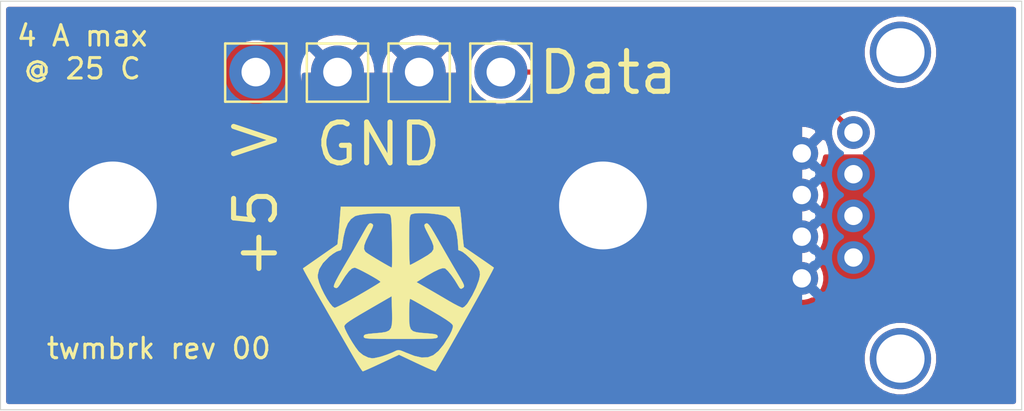
<source format=kicad_pcb>
(kicad_pcb (version 20171130) (host pcbnew 5.1.6-c6e7f7d~87~ubuntu19.10.1)

  (general
    (thickness 1.6)
    (drawings 9)
    (tracks 2)
    (zones 0)
    (modules 8)
    (nets 4)
  )

  (page A4)
  (layers
    (0 F.Cu signal)
    (31 B.Cu signal)
    (32 B.Adhes user)
    (33 F.Adhes user)
    (34 B.Paste user)
    (35 F.Paste user)
    (36 B.SilkS user)
    (37 F.SilkS user)
    (38 B.Mask user)
    (39 F.Mask user)
    (40 Dwgs.User user)
    (41 Cmts.User user)
    (42 Eco1.User user)
    (43 Eco2.User user)
    (44 Edge.Cuts user)
    (45 Margin user)
    (46 B.CrtYd user)
    (47 F.CrtYd user)
    (48 B.Fab user hide)
    (49 F.Fab user hide)
  )

  (setup
    (last_trace_width 0.25)
    (trace_clearance 0.2)
    (zone_clearance 0.25)
    (zone_45_only no)
    (trace_min 0.2)
    (via_size 0.8)
    (via_drill 0.4)
    (via_min_size 0.4)
    (via_min_drill 0.3)
    (uvia_size 0.3)
    (uvia_drill 0.1)
    (uvias_allowed no)
    (uvia_min_size 0.2)
    (uvia_min_drill 0.1)
    (edge_width 0.05)
    (segment_width 0.2)
    (pcb_text_width 0.3)
    (pcb_text_size 1.5 1.5)
    (mod_edge_width 0.12)
    (mod_text_size 1 1)
    (mod_text_width 0.15)
    (pad_size 8.6 8.6)
    (pad_drill 4.3)
    (pad_to_mask_clearance 0.05)
    (aux_axis_origin 0 0)
    (grid_origin 137.735 74.53)
    (visible_elements FFFFFF7F)
    (pcbplotparams
      (layerselection 0x010fc_ffffffff)
      (usegerberextensions true)
      (usegerberattributes false)
      (usegerberadvancedattributes false)
      (creategerberjobfile false)
      (excludeedgelayer true)
      (linewidth 0.150000)
      (plotframeref false)
      (viasonmask false)
      (mode 1)
      (useauxorigin false)
      (hpglpennumber 1)
      (hpglpenspeed 20)
      (hpglpendiameter 15.000000)
      (psnegative false)
      (psa4output false)
      (plotreference true)
      (plotvalue false)
      (plotinvisibletext false)
      (padsonsilk false)
      (subtractmaskfromsilk true)
      (outputformat 1)
      (mirror false)
      (drillshape 0)
      (scaleselection 1)
      (outputdirectory "gerbs/"))
  )

  (net 0 "")
  (net 1 +5V)
  (net 2 GND)
  (net 3 "Net-(H6-Pad1)")

  (net_class Default "This is the default net class."
    (clearance 0.2)
    (trace_width 0.25)
    (via_dia 0.8)
    (via_drill 0.4)
    (uvia_dia 0.3)
    (uvia_drill 0.1)
    (add_net +5V)
    (add_net GND)
    (add_net "Net-(H6-Pad1)")
  )

  (module ttt_lib:TTT_11.1x9.5 (layer F.Cu) (tedit 0) (tstamp 64208F13)
    (at 116.735 78.78)
    (fp_text reference G*** (at 0 0) (layer F.SilkS) hide
      (effects (font (size 1.524 1.524) (thickness 0.3)))
    )
    (fp_text value LOGO (at 0.75 0) (layer F.SilkS) hide
      (effects (font (size 1.524 1.524) (thickness 0.3)))
    )
    (fp_poly (pts (xy 3.007409 -4.016376) (xy 3.02788 -3.869427) (xy 3.051741 -3.641098) (xy 3.074332 -3.376755)
      (xy 3.077546 -3.33375) (xy 3.100656 -3.042962) (xy 3.12644 -2.756925) (xy 3.149552 -2.534706)
      (xy 3.150834 -2.523878) (xy 3.186985 -2.222005) (xy 3.895367 -1.736086) (xy 4.159883 -1.553965)
      (xy 4.387506 -1.395976) (xy 4.557224 -1.276796) (xy 4.648027 -1.211104) (xy 4.655653 -1.205005)
      (xy 4.632263 -1.146096) (xy 4.553149 -0.990432) (xy 4.425837 -0.751387) (xy 4.257852 -0.442336)
      (xy 4.05672 -0.076653) (xy 3.829966 0.332286) (xy 3.585116 0.771109) (xy 3.329695 1.226439)
      (xy 3.071228 1.684902) (xy 2.817241 2.133124) (xy 2.575259 2.557731) (xy 2.352808 2.945347)
      (xy 2.157412 3.282598) (xy 1.996598 3.55611) (xy 1.877891 3.752507) (xy 1.808816 3.858417)
      (xy 1.801268 3.867969) (xy 1.739159 3.851368) (xy 1.5828 3.788361) (xy 1.35236 3.68765)
      (xy 1.068011 3.557937) (xy 0.895272 3.477068) (xy 0.012067 3.059947) (xy -0.853006 3.466723)
      (xy -1.157802 3.608627) (xy -1.421778 3.728848) (xy -1.623753 3.817948) (xy -1.742547 3.86649)
      (xy -1.763915 3.872612) (xy -1.809896 3.820199) (xy -1.906451 3.67627) (xy -2.041573 3.459819)
      (xy -2.203255 3.189841) (xy -2.295787 3.031237) (xy -2.771242 2.208655) (xy -3.079124 1.675326)
      (xy -2.667 1.675326) (xy -2.633303 1.792353) (xy -2.543946 1.982829) (xy -2.416536 2.216464)
      (xy -2.268678 2.46297) (xy -2.117976 2.692057) (xy -1.982035 2.873436) (xy -1.947492 2.913221)
      (xy -1.745143 3.077044) (xy -1.501354 3.194638) (xy -1.297401 3.236014) (xy -1.164337 3.219758)
      (xy -0.963841 3.17535) (xy -0.821151 3.136245) (xy -0.576415 3.054344) (xy -0.340379 2.960591)
      (xy -0.24315 2.915267) (xy -0.111099 2.852421) (xy -0.009535 2.831015) (xy 0.105905 2.854097)
      (xy 0.27958 2.924718) (xy 0.350683 2.956077) (xy 0.766115 3.117519) (xy 1.117176 3.196794)
      (xy 1.419974 3.18732) (xy 1.690616 3.082513) (xy 1.945209 2.875791) (xy 2.19986 2.560572)
      (xy 2.470677 2.130273) (xy 2.501249 2.077198) (xy 2.595766 1.882348) (xy 2.649889 1.711754)
      (xy 2.655223 1.638737) (xy 2.613849 1.567348) (xy 2.500498 1.466715) (xy 2.304953 1.32969)
      (xy 2.016998 1.149121) (xy 1.626419 0.91786) (xy 1.61925 0.913691) (xy 1.295231 0.726614)
      (xy 1.008725 0.563634) (xy 0.777833 0.43485) (xy 0.62066 0.350363) (xy 0.555625 0.320277)
      (xy 0.536764 0.378415) (xy 0.521435 0.538434) (xy 0.511301 0.775225) (xy 0.508 1.037908)
      (xy 0.511187 1.393577) (xy 0.532321 1.64297) (xy 0.58876 1.806808) (xy 0.69786 1.905814)
      (xy 0.87698 1.96071) (xy 1.143476 1.992217) (xy 1.318884 2.005976) (xy 1.596774 2.02986)
      (xy 1.770966 2.054839) (xy 1.864652 2.087327) (xy 1.901023 2.133741) (xy 1.905 2.16811)
      (xy 1.899259 2.202422) (xy 1.87292 2.229351) (xy 1.812306 2.249789) (xy 1.703744 2.264627)
      (xy 1.533556 2.274755) (xy 1.288068 2.281065) (xy 0.953604 2.284447) (xy 0.516488 2.285792)
      (xy 0.09525 2.286) (xy -0.431501 2.285622) (xy -0.844926 2.283899) (xy -1.158699 2.279939)
      (xy -1.386492 2.272856) (xy -1.54198 2.261759) (xy -1.638836 2.245761) (xy -1.690733 2.223972)
      (xy -1.711345 2.195504) (xy -1.7145 2.168367) (xy -1.699156 2.109705) (xy -1.637183 2.069671)
      (xy -1.504672 2.041272) (xy -1.277713 2.017514) (xy -1.169067 2.00881) (xy -0.851861 1.981014)
      (xy -0.623871 1.941299) (xy -0.47104 1.870661) (xy -0.37931 1.750095) (xy -0.334623 1.560598)
      (xy -0.322923 1.283164) (xy -0.33015 0.898789) (xy -0.33078 0.875542) (xy -0.34925 0.195334)
      (xy -1.508125 0.865198) (xy -1.905751 1.097184) (xy -2.20453 1.277351) (xy -2.417169 1.414582)
      (xy -2.556376 1.517761) (xy -2.634856 1.595771) (xy -2.665319 1.657494) (xy -2.667 1.675326)
      (xy -3.079124 1.675326) (xy -3.185865 1.490425) (xy -3.542734 0.871147) (xy -3.844925 0.345422)
      (xy -4.095514 -0.092147) (xy -4.297576 -0.446961) (xy -4.454189 -0.724416) (xy -4.514773 -0.833398)
      (xy -3.970089 -0.833398) (xy -3.95998 -0.689723) (xy -3.896535 -0.463564) (xy -3.790978 -0.201063)
      (xy -3.657829 0.072216) (xy -3.511606 0.330708) (xy -3.36683 0.548849) (xy -3.238019 0.701075)
      (xy -3.139695 0.761821) (xy -3.135455 0.762) (xy -3.049548 0.731369) (xy -2.873073 0.646063)
      (xy -2.624831 0.515958) (xy -2.323623 0.35093) (xy -1.988253 0.160856) (xy -1.959306 0.144168)
      (xy -1.6294 -0.047919) (xy -1.340867 -0.219072) (xy -1.110449 -0.359098) (xy -0.954886 -0.457805)
      (xy -0.890919 -0.505002) (xy -0.890193 -0.506707) (xy -0.943375 -0.556963) (xy -1.08264 -0.648284)
      (xy -1.280231 -0.765432) (xy -1.508391 -0.893169) (xy -1.739364 -1.01626) (xy -1.945393 -1.119468)
      (xy -2.098722 -1.187555) (xy -2.164993 -1.2065) (xy -2.293929 -1.162505) (xy -2.444869 -1.024385)
      (xy -2.626385 -0.782937) (xy -2.771297 -0.555625) (xy -2.899458 -0.351255) (xy -2.986394 -0.239365)
      (xy -3.05439 -0.202458) (xy -3.125729 -0.223036) (xy -3.164991 -0.246471) (xy -3.180922 -0.291279)
      (xy -3.154971 -0.389165) (xy -3.081482 -0.551841) (xy -2.954798 -0.791019) (xy -2.769263 -1.118413)
      (xy -2.621147 -1.372623) (xy -2.403588 -1.745099) (xy -2.187513 -2.11806) (xy -1.98921 -2.463174)
      (xy -1.824967 -2.75211) (xy -1.721896 -2.936763) (xy -1.589069 -3.171944) (xy -1.496633 -3.311919)
      (xy -1.427817 -3.37489) (xy -1.365853 -3.379061) (xy -1.329112 -3.363152) (xy -1.273242 -3.324863)
      (xy -1.255151 -3.271122) (xy -1.280889 -3.176823) (xy -1.356508 -3.016862) (xy -1.460498 -2.818116)
      (xy -1.611963 -2.510018) (xy -1.691408 -2.28432) (xy -1.702125 -2.12116) (xy -1.647404 -2.000677)
      (xy -1.603376 -1.956008) (xy -1.511975 -1.891252) (xy -1.346708 -1.785873) (xy -1.134999 -1.656137)
      (xy -0.904274 -1.518309) (xy -0.68196 -1.388654) (xy -0.495482 -1.283437) (xy -0.372266 -1.218924)
      (xy -0.33958 -1.2065) (xy -0.331557 -1.266823) (xy -0.326288 -1.435133) (xy -0.323922 -1.692444)
      (xy -0.324607 -2.019772) (xy -0.328491 -2.39813) (xy -0.329674 -2.478917) (xy -0.330674 -2.532225)
      (xy 0.508 -2.532225) (xy 0.510014 -2.157803) (xy 0.515621 -1.831168) (xy 0.524167 -1.571887)
      (xy 0.534997 -1.399525) (xy 0.547457 -1.333648) (xy 0.548089 -1.3335) (xy 0.616704 -1.363178)
      (xy 0.769936 -1.443244) (xy 0.982609 -1.560251) (xy 1.151339 -1.655773) (xy 1.432483 -1.823755)
      (xy 1.612997 -1.963684) (xy 1.700113 -2.10271) (xy 1.701064 -2.267984) (xy 1.623084 -2.486657)
      (xy 1.473406 -2.785881) (xy 1.45947 -2.812369) (xy 1.338169 -3.046911) (xy 1.271657 -3.194911)
      (xy 1.253806 -3.281264) (xy 1.278484 -3.330862) (xy 1.324471 -3.360668) (xy 1.374285 -3.374288)
      (xy 1.428834 -3.351213) (xy 1.498608 -3.277339) (xy 1.594097 -3.13856) (xy 1.725794 -2.920771)
      (xy 1.904187 -2.609865) (xy 1.971764 -2.490329) (xy 2.184043 -2.11669) (xy 2.410375 -1.72274)
      (xy 2.628416 -1.347093) (xy 2.815825 -1.028364) (xy 2.876951 -0.925885) (xy 3.037767 -0.655038)
      (xy 3.139571 -0.471374) (xy 3.189962 -0.353944) (xy 3.196538 -0.281802) (xy 3.166896 -0.234)
      (xy 3.136746 -0.209643) (xy 3.055521 -0.166719) (xy 2.990762 -0.197099) (xy 2.910366 -0.319799)
      (xy 2.890434 -0.355553) (xy 2.741233 -0.600978) (xy 2.573512 -0.838558) (xy 2.412448 -1.035395)
      (xy 2.283217 -1.158595) (xy 2.268051 -1.168742) (xy 2.159735 -1.182052) (xy 1.979016 -1.128132)
      (xy 1.718448 -1.003622) (xy 1.370587 -0.805165) (xy 1.117971 -0.649886) (xy 0.870692 -0.494851)
      (xy 1.371971 -0.207227) (xy 1.6619 -0.039787) (xy 2.002303 0.158423) (xy 2.334525 0.353206)
      (xy 2.44475 0.418223) (xy 2.692541 0.559404) (xy 2.90759 0.672241) (xy 3.061951 0.742605)
      (xy 3.118936 0.759024) (xy 3.213505 0.711579) (xy 3.332251 0.588428) (xy 3.3813 0.520711)
      (xy 3.602037 0.151315) (xy 3.788396 -0.229082) (xy 3.918145 -0.573799) (xy 3.940083 -0.652691)
      (xy 3.978728 -0.858267) (xy 3.964063 -1.015949) (xy 3.902846 -1.170847) (xy 3.808465 -1.315871)
      (xy 3.656777 -1.494488) (xy 3.474606 -1.68101) (xy 3.288777 -1.849748) (xy 3.126114 -1.975015)
      (xy 3.013443 -2.031125) (xy 3.003574 -2.032) (xy 2.924535 -2.061545) (xy 2.916678 -2.079625)
      (xy 2.910883 -2.163763) (xy 2.900111 -2.33527) (xy 2.888532 -2.526422) (xy 2.826413 -2.940687)
      (xy 2.699009 -3.292427) (xy 2.51619 -3.56132) (xy 2.310594 -3.716585) (xy 2.134285 -3.773792)
      (xy 1.883007 -3.819827) (xy 1.588758 -3.852954) (xy 1.283535 -3.871436) (xy 0.999336 -3.873536)
      (xy 0.768159 -3.857519) (xy 0.622002 -3.821648) (xy 0.602381 -3.80928) (xy 0.568351 -3.760278)
      (xy 0.543278 -3.6668) (xy 0.525934 -3.512237) (xy 0.515091 -3.279983) (xy 0.509522 -2.953431)
      (xy 0.508 -2.532225) (xy -0.330674 -2.532225) (xy -0.338071 -2.926129) (xy -0.348535 -3.262164)
      (xy -0.362425 -3.502845) (xy -0.381099 -3.663993) (xy -0.405917 -3.761429) (xy -0.438237 -3.810977)
      (xy -0.4445 -3.815724) (xy -0.565999 -3.849649) (xy -0.780296 -3.865804) (xy -1.054702 -3.865973)
      (xy -1.356529 -3.851938) (xy -1.65309 -3.825482) (xy -1.911696 -3.788387) (xy -2.099659 -3.742437)
      (xy -2.145934 -3.722936) (xy -2.339537 -3.58286) (xy -2.492173 -3.378581) (xy -2.611121 -3.093692)
      (xy -2.703662 -2.71179) (xy -2.762506 -2.333625) (xy -2.79614 -2.147174) (xy -2.844946 -2.05692)
      (xy -2.926417 -2.032085) (xy -2.93392 -2.032) (xy -3.045892 -1.99237) (xy -3.215109 -1.888203)
      (xy -3.405945 -1.741584) (xy -3.41551 -1.733454) (xy -3.711885 -1.43084) (xy -3.898674 -1.127123)
      (xy -3.970089 -0.833398) (xy -4.514773 -0.833398) (xy -4.568428 -0.929913) (xy -4.643368 -1.068849)
      (xy -4.682087 -1.146624) (xy -4.68885 -1.168653) (xy -4.632065 -1.208531) (xy -4.489134 -1.308412)
      (xy -4.278108 -1.455693) (xy -4.017041 -1.637774) (xy -3.834289 -1.765176) (xy -3.001327 -2.345764)
      (xy -2.962795 -2.712757) (xy -2.939189 -2.956546) (xy -2.911891 -3.266691) (xy -2.886174 -3.582866)
      (xy -2.882149 -3.635376) (xy -2.840036 -4.191001) (xy 2.974409 -4.191001) (xy 3.007409 -4.016376)) (layer F.SilkS) (width 0.01))
  )

  (module MountingHole:MountingHole_4.3mm_M4_Pad (layer F.Cu) (tedit 6420852C) (tstamp 64208946)
    (at 126.735 74.53)
    (descr "Mounting Hole 4.3mm, M4")
    (tags "mounting hole 4.3mm m4")
    (path /64B318AB)
    (attr virtual)
    (fp_text reference H2 (at 0 -5.3) (layer F.SilkS) hide
      (effects (font (size 1 1) (thickness 0.15)))
    )
    (fp_text value MountingHole (at 0 5.3) (layer F.Fab)
      (effects (font (size 1 1) (thickness 0.15)))
    )
    (fp_text user %R (at 0.3 0) (layer F.Fab)
      (effects (font (size 1 1) (thickness 0.15)))
    )
    (fp_circle (center 0 0) (end 4.3 0) (layer Cmts.User) (width 0.15))
    (fp_circle (center 0 0) (end 4.55 0) (layer F.CrtYd) (width 0.05))
    (pad 1 thru_hole circle (at 0 0) (size 8.6 8.6) (drill 4.3) (layers *.Cu *.Mask)
      (net 2 GND))
  )

  (module MountingHole:MountingHole_4.3mm_M4_Pad (layer F.Cu) (tedit 64208536) (tstamp 64208B69)
    (at 102.735 74.53)
    (descr "Mounting Hole 4.3mm, M4")
    (tags "mounting hole 4.3mm m4")
    (path /64B30B25)
    (attr virtual)
    (fp_text reference H1 (at 0 -5.3) (layer F.SilkS) hide
      (effects (font (size 1 1) (thickness 0.15)))
    )
    (fp_text value MountingHole (at 0 5.3) (layer F.Fab)
      (effects (font (size 1 1) (thickness 0.15)))
    )
    (fp_text user %R (at 0.3 0) (layer F.Fab)
      (effects (font (size 1 1) (thickness 0.15)))
    )
    (fp_circle (center 0 0) (end 4.3 0) (layer Cmts.User) (width 0.15))
    (fp_circle (center 0 0) (end 4.55 0) (layer F.CrtYd) (width 0.05))
    (pad 1 thru_hole circle (at 0 0) (size 8.6 8.6) (drill 4.3) (layers *.Cu *.Mask)
      (net 2 GND))
  )

  (module ttt_lib:MJ3225-88-0 (layer F.Cu) (tedit 64208373) (tstamp 642085A6)
    (at 137.735 74.53 90)
    (path /64B2F19E)
    (fp_text reference J1 (at 0 4.065 270) (layer F.SilkS) hide
      (effects (font (size 1 1) (thickness 0.15)))
    )
    (fp_text value RJ45 (at 0 3.065 270) (layer F.Fab)
      (effects (font (size 1 1) (thickness 0.15)))
    )
    (fp_line (start 0 9.565) (end 8.5 9.565) (layer F.CrtYd) (width 0.12))
    (fp_line (start 8.5 9.565) (end 8.5 -3.285) (layer F.CrtYd) (width 0.12))
    (fp_line (start 8.5 -3.285) (end -8.5 -3.285) (layer F.CrtYd) (width 0.12))
    (fp_line (start -8.5 -3.285) (end -8.5 9.565) (layer F.CrtYd) (width 0.12))
    (fp_line (start -8.5 9.565) (end 0 9.565) (layer F.CrtYd) (width 0.12))
    (fp_line (start -10 9.565) (end 10 9.565) (layer F.CrtYd) (width 0.12))
    (fp_line (start 10 9.565) (end 10 -5.435) (layer F.CrtYd) (width 0.12))
    (fp_line (start 10 -5.435) (end -10 -5.435) (layer F.CrtYd) (width 0.12))
    (fp_line (start -10 -5.435) (end -10 9.565) (layer F.CrtYd) (width 0.12))
    (pad 1 thru_hole circle (at 3.57 1.265 90) (size 1.6 1.6) (drill 0.9) (layers *.Cu *.Mask)
      (net 3 "Net-(H6-Pad1)"))
    (pad 2 thru_hole circle (at 2.55 -1.265 90) (size 1.6 1.6) (drill 0.9) (layers *.Cu *.Mask)
      (net 2 GND))
    (pad 3 thru_hole circle (at 1.53 1.265 90) (size 1.6 1.6) (drill 0.9) (layers *.Cu *.Mask)
      (net 1 +5V))
    (pad 4 thru_hole circle (at 0.51 -1.265 90) (size 1.6 1.6) (drill 0.9) (layers *.Cu *.Mask)
      (net 2 GND))
    (pad 5 thru_hole circle (at -0.51 1.265 90) (size 1.6 1.6) (drill 0.9) (layers *.Cu *.Mask)
      (net 1 +5V))
    (pad 6 thru_hole circle (at -1.53 -1.265 90) (size 1.6 1.6) (drill 0.9) (layers *.Cu *.Mask)
      (net 2 GND))
    (pad 7 thru_hole circle (at -2.55 1.265 90) (size 1.6 1.6) (drill 0.9) (layers *.Cu *.Mask)
      (net 1 +5V))
    (pad 8 thru_hole circle (at -3.57 -1.265 90) (size 1.6 1.6) (drill 0.9) (layers *.Cu *.Mask)
      (net 2 GND))
    (pad "" np_thru_hole circle (at 7.5 3.565 90) (size 3 3) (drill 2.36) (layers *.Cu *.Mask))
    (pad "" np_thru_hole circle (at -7.5 3.565 90) (size 3 3) (drill 2.36) (layers *.Cu *.Mask))
  )

  (module Connector_Pin:Pin_D1.4mm_L8.5mm_W2.8mm_FlatFork (layer F.Cu) (tedit 5C89BF14) (tstamp 642083FD)
    (at 121.735 68)
    (descr "solder Pin_ with flat with fork, hole diameter 1.4mm, length 8.5mm, width 2.8mm, e.g. Ettinger 13.13.890, https://katalog.ettinger.de/#p=434")
    (tags "solder Pin_ with flat fork")
    (path /64B322CF)
    (fp_text reference H6 (at 0 2.25) (layer F.SilkS) hide
      (effects (font (size 1 1) (thickness 0.15)))
    )
    (fp_text value MountingHole_Pad (at 0 -2.05) (layer F.Fab)
      (effects (font (size 1 1) (thickness 0.15)))
    )
    (fp_text user %R (at 0 2.25) (layer F.Fab)
      (effects (font (size 1 1) (thickness 0.15)))
    )
    (fp_line (start 1.4 0.25) (end -1.4 0.25) (layer F.Fab) (width 0.1))
    (fp_line (start -1.4 -0.25) (end 1.4 -0.25) (layer F.Fab) (width 0.1))
    (fp_line (start -1.5 -1.4) (end 1.5 -1.4) (layer F.SilkS) (width 0.12))
    (fp_line (start 1.5 -1.4) (end 1.5 1.45) (layer F.SilkS) (width 0.12))
    (fp_line (start -1.5 -1.4) (end -1.5 1.45) (layer F.SilkS) (width 0.12))
    (fp_line (start -1.5 1.45) (end 1.5 1.45) (layer F.SilkS) (width 0.12))
    (fp_line (start 1.4 -0.25) (end 1.4 0.25) (layer F.Fab) (width 0.1))
    (fp_line (start -1.4 0.25) (end -1.4 -0.25) (layer F.Fab) (width 0.1))
    (fp_line (start -1.9 -1.8) (end 1.9 -1.8) (layer F.CrtYd) (width 0.05))
    (fp_line (start -1.9 -1.8) (end -1.9 1.8) (layer F.CrtYd) (width 0.05))
    (fp_line (start 1.9 1.8) (end 1.9 -1.8) (layer F.CrtYd) (width 0.05))
    (fp_line (start 1.9 1.8) (end -1.9 1.8) (layer F.CrtYd) (width 0.05))
    (pad 1 thru_hole circle (at 0 0) (size 2.6 2.6) (drill 1.4) (layers *.Cu *.Mask)
      (net 3 "Net-(H6-Pad1)"))
    (model ${KISYS3DMOD}/Connector_Pin.3dshapes/Pin_D1.4mm_L8.5mm_W2.8mm_FlatFork.wrl
      (at (xyz 0 0 0))
      (scale (xyz 1 1 1))
      (rotate (xyz 0 0 0))
    )
  )

  (module Connector_Pin:Pin_D1.4mm_L8.5mm_W2.8mm_FlatFork (layer F.Cu) (tedit 5C89BF14) (tstamp 642083EB)
    (at 117.735 68)
    (descr "solder Pin_ with flat with fork, hole diameter 1.4mm, length 8.5mm, width 2.8mm, e.g. Ettinger 13.13.890, https://katalog.ettinger.de/#p=434")
    (tags "solder Pin_ with flat fork")
    (path /64B32137)
    (fp_text reference H5 (at 0 2.25) (layer F.SilkS) hide
      (effects (font (size 1 1) (thickness 0.15)))
    )
    (fp_text value MountingHole_Pad (at 0 -2.05) (layer F.Fab)
      (effects (font (size 1 1) (thickness 0.15)))
    )
    (fp_text user %R (at 0 2.25) (layer F.Fab)
      (effects (font (size 1 1) (thickness 0.15)))
    )
    (fp_line (start 1.4 0.25) (end -1.4 0.25) (layer F.Fab) (width 0.1))
    (fp_line (start -1.4 -0.25) (end 1.4 -0.25) (layer F.Fab) (width 0.1))
    (fp_line (start -1.5 -1.4) (end 1.5 -1.4) (layer F.SilkS) (width 0.12))
    (fp_line (start 1.5 -1.4) (end 1.5 1.45) (layer F.SilkS) (width 0.12))
    (fp_line (start -1.5 -1.4) (end -1.5 1.45) (layer F.SilkS) (width 0.12))
    (fp_line (start -1.5 1.45) (end 1.5 1.45) (layer F.SilkS) (width 0.12))
    (fp_line (start 1.4 -0.25) (end 1.4 0.25) (layer F.Fab) (width 0.1))
    (fp_line (start -1.4 0.25) (end -1.4 -0.25) (layer F.Fab) (width 0.1))
    (fp_line (start -1.9 -1.8) (end 1.9 -1.8) (layer F.CrtYd) (width 0.05))
    (fp_line (start -1.9 -1.8) (end -1.9 1.8) (layer F.CrtYd) (width 0.05))
    (fp_line (start 1.9 1.8) (end 1.9 -1.8) (layer F.CrtYd) (width 0.05))
    (fp_line (start 1.9 1.8) (end -1.9 1.8) (layer F.CrtYd) (width 0.05))
    (pad 1 thru_hole circle (at 0 0) (size 2.6 2.6) (drill 1.4) (layers *.Cu *.Mask)
      (net 2 GND))
    (model ${KISYS3DMOD}/Connector_Pin.3dshapes/Pin_D1.4mm_L8.5mm_W2.8mm_FlatFork.wrl
      (at (xyz 0 0 0))
      (scale (xyz 1 1 1))
      (rotate (xyz 0 0 0))
    )
  )

  (module Connector_Pin:Pin_D1.4mm_L8.5mm_W2.8mm_FlatFork (layer F.Cu) (tedit 5C89BF14) (tstamp 642083D9)
    (at 113.735 68)
    (descr "solder Pin_ with flat with fork, hole diameter 1.4mm, length 8.5mm, width 2.8mm, e.g. Ettinger 13.13.890, https://katalog.ettinger.de/#p=434")
    (tags "solder Pin_ with flat fork")
    (path /64B32038)
    (fp_text reference H4 (at 0 2.25) (layer F.SilkS) hide
      (effects (font (size 1 1) (thickness 0.15)))
    )
    (fp_text value MountingHole_Pad (at 0 -2.05) (layer F.Fab)
      (effects (font (size 1 1) (thickness 0.15)))
    )
    (fp_text user %R (at 0 2.25) (layer F.Fab)
      (effects (font (size 1 1) (thickness 0.15)))
    )
    (fp_line (start 1.4 0.25) (end -1.4 0.25) (layer F.Fab) (width 0.1))
    (fp_line (start -1.4 -0.25) (end 1.4 -0.25) (layer F.Fab) (width 0.1))
    (fp_line (start -1.5 -1.4) (end 1.5 -1.4) (layer F.SilkS) (width 0.12))
    (fp_line (start 1.5 -1.4) (end 1.5 1.45) (layer F.SilkS) (width 0.12))
    (fp_line (start -1.5 -1.4) (end -1.5 1.45) (layer F.SilkS) (width 0.12))
    (fp_line (start -1.5 1.45) (end 1.5 1.45) (layer F.SilkS) (width 0.12))
    (fp_line (start 1.4 -0.25) (end 1.4 0.25) (layer F.Fab) (width 0.1))
    (fp_line (start -1.4 0.25) (end -1.4 -0.25) (layer F.Fab) (width 0.1))
    (fp_line (start -1.9 -1.8) (end 1.9 -1.8) (layer F.CrtYd) (width 0.05))
    (fp_line (start -1.9 -1.8) (end -1.9 1.8) (layer F.CrtYd) (width 0.05))
    (fp_line (start 1.9 1.8) (end 1.9 -1.8) (layer F.CrtYd) (width 0.05))
    (fp_line (start 1.9 1.8) (end -1.9 1.8) (layer F.CrtYd) (width 0.05))
    (pad 1 thru_hole circle (at 0 0) (size 2.6 2.6) (drill 1.4) (layers *.Cu *.Mask)
      (net 2 GND))
    (model ${KISYS3DMOD}/Connector_Pin.3dshapes/Pin_D1.4mm_L8.5mm_W2.8mm_FlatFork.wrl
      (at (xyz 0 0 0))
      (scale (xyz 1 1 1))
      (rotate (xyz 0 0 0))
    )
  )

  (module Connector_Pin:Pin_D1.4mm_L8.5mm_W2.8mm_FlatFork (layer F.Cu) (tedit 5C89BF14) (tstamp 64208B88)
    (at 109.735 68)
    (descr "solder Pin_ with flat with fork, hole diameter 1.4mm, length 8.5mm, width 2.8mm, e.g. Ettinger 13.13.890, https://katalog.ettinger.de/#p=434")
    (tags "solder Pin_ with flat fork")
    (path /64B2FBF8)
    (fp_text reference H3 (at 0 2.25) (layer F.SilkS) hide
      (effects (font (size 1 1) (thickness 0.15)))
    )
    (fp_text value MountingHole_Pad (at 0 -2.05) (layer F.Fab)
      (effects (font (size 1 1) (thickness 0.15)))
    )
    (fp_text user %R (at 0 2.25) (layer F.Fab)
      (effects (font (size 1 1) (thickness 0.15)))
    )
    (fp_line (start 1.4 0.25) (end -1.4 0.25) (layer F.Fab) (width 0.1))
    (fp_line (start -1.4 -0.25) (end 1.4 -0.25) (layer F.Fab) (width 0.1))
    (fp_line (start -1.5 -1.4) (end 1.5 -1.4) (layer F.SilkS) (width 0.12))
    (fp_line (start 1.5 -1.4) (end 1.5 1.45) (layer F.SilkS) (width 0.12))
    (fp_line (start -1.5 -1.4) (end -1.5 1.45) (layer F.SilkS) (width 0.12))
    (fp_line (start -1.5 1.45) (end 1.5 1.45) (layer F.SilkS) (width 0.12))
    (fp_line (start 1.4 -0.25) (end 1.4 0.25) (layer F.Fab) (width 0.1))
    (fp_line (start -1.4 0.25) (end -1.4 -0.25) (layer F.Fab) (width 0.1))
    (fp_line (start -1.9 -1.8) (end 1.9 -1.8) (layer F.CrtYd) (width 0.05))
    (fp_line (start -1.9 -1.8) (end -1.9 1.8) (layer F.CrtYd) (width 0.05))
    (fp_line (start 1.9 1.8) (end 1.9 -1.8) (layer F.CrtYd) (width 0.05))
    (fp_line (start 1.9 1.8) (end -1.9 1.8) (layer F.CrtYd) (width 0.05))
    (pad 1 thru_hole circle (at 0 0) (size 2.6 2.6) (drill 1.4) (layers *.Cu *.Mask)
      (net 1 +5V))
    (model ${KISYS3DMOD}/Connector_Pin.3dshapes/Pin_D1.4mm_L8.5mm_W2.8mm_FlatFork.wrl
      (at (xyz 0 0 0))
      (scale (xyz 1 1 1))
      (rotate (xyz 0 0 0))
    )
  )

  (gr_text "4 A max\n@ 25 C" (at 101.235 67.03) (layer F.SilkS)
    (effects (font (size 1 1) (thickness 0.15)))
  )
  (gr_text "twmbrk rev 00" (at 104.985 81.53) (layer F.SilkS)
    (effects (font (size 1 1) (thickness 0.15)))
  )
  (gr_text Data (at 126.985 68.03) (layer F.SilkS)
    (effects (font (size 2 2) (thickness 0.25)))
  )
  (gr_text "+5 V" (at 109.735 74.28 90) (layer F.SilkS)
    (effects (font (size 2 2) (thickness 0.25)))
  )
  (gr_text GND (at 115.735 71.53) (layer F.SilkS)
    (effects (font (size 2 2) (thickness 0.25)))
  )
  (gr_line (start 147.235 64.53) (end 97.235 64.53) (layer Edge.Cuts) (width 0.05) (tstamp 64208E99))
  (gr_line (start 147.235 84.53) (end 147.235 64.53) (layer Edge.Cuts) (width 0.05))
  (gr_line (start 97.235 84.53) (end 147.235 84.53) (layer Edge.Cuts) (width 0.05))
  (gr_line (start 97.235 64.53) (end 97.235 84.53) (layer Edge.Cuts) (width 0.05))

  (segment (start 136.04 68) (end 121.735 68) (width 0.25) (layer F.Cu) (net 3))
  (segment (start 139 70.96) (end 136.04 68) (width 0.25) (layer F.Cu) (net 3))

  (zone (net 2) (net_name GND) (layer F.Cu) (tstamp 642093E9) (hatch edge 0.508)
    (connect_pads (clearance 0.25))
    (min_thickness 0.25)
    (fill yes (arc_segments 32) (thermal_gap 0.5) (thermal_bridge_width 0.5))
    (polygon
      (pts
        (xy 146.985 84.28) (xy 97.485 84.28) (xy 97.485 64.78) (xy 146.985 64.78)
      )
    )
    (filled_polygon
      (pts
        (xy 146.835 84.13) (xy 97.635 84.13) (xy 97.635 78.006102) (xy 99.435675 78.006102) (xy 99.928206 78.605884)
        (xy 100.777303 79.075145) (xy 101.701634 79.369739) (xy 102.665676 79.478344) (xy 103.632382 79.396787) (xy 104.564602 79.128202)
        (xy 105.426511 78.682912) (xy 105.541794 78.605884) (xy 106.034325 78.006102) (xy 102.735 74.706777) (xy 99.435675 78.006102)
        (xy 97.635 78.006102) (xy 97.635 74.460676) (xy 97.786656 74.460676) (xy 97.868213 75.427382) (xy 98.136798 76.359602)
        (xy 98.582088 77.221511) (xy 98.659116 77.336794) (xy 99.258898 77.829325) (xy 102.558223 74.53) (xy 102.911777 74.53)
        (xy 106.211102 77.829325) (xy 106.810884 77.336794) (xy 107.280145 76.487697) (xy 107.36 76.23714) (xy 107.36 78.03)
        (xy 107.367206 78.103159) (xy 107.388545 78.173506) (xy 107.423199 78.238339) (xy 107.469835 78.295165) (xy 112.469835 83.295165)
        (xy 112.526661 83.341801) (xy 112.591494 83.376455) (xy 112.661841 83.397794) (xy 112.735 83.405) (xy 140.02335 83.405)
        (xy 140.104757 83.486407) (xy 140.411855 83.691603) (xy 140.753083 83.832944) (xy 141.115329 83.905) (xy 141.484671 83.905)
        (xy 141.846917 83.832944) (xy 142.188145 83.691603) (xy 142.495243 83.486407) (xy 142.756407 83.225243) (xy 142.961603 82.918145)
        (xy 143.102944 82.576917) (xy 143.175 82.214671) (xy 143.175 81.845329) (xy 143.102944 81.483083) (xy 142.961603 81.141855)
        (xy 142.756407 80.834757) (xy 142.495243 80.573593) (xy 142.188145 80.368397) (xy 141.846917 80.227056) (xy 141.484671 80.155)
        (xy 141.115329 80.155) (xy 141.11 80.15606) (xy 141.11 72.03) (xy 141.102794 71.956841) (xy 141.081455 71.886494)
        (xy 141.046801 71.821661) (xy 141.000165 71.764835) (xy 140.943339 71.718199) (xy 140.878506 71.683545) (xy 140.808159 71.662206)
        (xy 140.735 71.655) (xy 139.948776 71.655) (xy 140.041271 71.516571) (xy 140.129845 71.302735) (xy 140.175 71.075727)
        (xy 140.175 70.844273) (xy 140.129845 70.617265) (xy 140.041271 70.403429) (xy 139.912682 70.210981) (xy 139.749019 70.047318)
        (xy 139.556571 69.918729) (xy 139.342735 69.830155) (xy 139.115727 69.785) (xy 138.884273 69.785) (xy 138.657265 69.830155)
        (xy 138.600693 69.853588) (xy 136.410929 67.663824) (xy 136.395264 67.644736) (xy 136.319129 67.582254) (xy 136.232267 67.535825)
        (xy 136.138017 67.507235) (xy 136.06456 67.5) (xy 136.04 67.497581) (xy 136.01544 67.5) (xy 123.340901 67.5)
        (xy 123.219366 67.20659) (xy 123.036058 66.932249) (xy 122.949138 66.845329) (xy 139.425 66.845329) (xy 139.425 67.214671)
        (xy 139.497056 67.576917) (xy 139.638397 67.918145) (xy 139.843593 68.225243) (xy 140.104757 68.486407) (xy 140.411855 68.691603)
        (xy 140.753083 68.832944) (xy 141.115329 68.905) (xy 141.484671 68.905) (xy 141.846917 68.832944) (xy 142.188145 68.691603)
        (xy 142.495243 68.486407) (xy 142.756407 68.225243) (xy 142.961603 67.918145) (xy 143.102944 67.576917) (xy 143.175 67.214671)
        (xy 143.175 66.845329) (xy 143.102944 66.483083) (xy 142.961603 66.141855) (xy 142.756407 65.834757) (xy 142.495243 65.573593)
        (xy 142.188145 65.368397) (xy 141.846917 65.227056) (xy 141.484671 65.155) (xy 141.115329 65.155) (xy 140.753083 65.227056)
        (xy 140.411855 65.368397) (xy 140.104757 65.573593) (xy 139.843593 65.834757) (xy 139.638397 66.141855) (xy 139.497056 66.483083)
        (xy 139.425 66.845329) (xy 122.949138 66.845329) (xy 122.802751 66.698942) (xy 122.52841 66.515634) (xy 122.22358 66.389369)
        (xy 121.899973 66.325) (xy 121.570027 66.325) (xy 121.24642 66.389369) (xy 120.94159 66.515634) (xy 120.667249 66.698942)
        (xy 120.433942 66.932249) (xy 120.250634 67.20659) (xy 120.124369 67.51142) (xy 120.06 67.835027) (xy 120.06 68.164973)
        (xy 120.124369 68.48858) (xy 120.250634 68.79341) (xy 120.433942 69.067751) (xy 120.667249 69.301058) (xy 120.94159 69.484366)
        (xy 121.24642 69.610631) (xy 121.570027 69.675) (xy 121.899973 69.675) (xy 122.22358 69.610631) (xy 122.52841 69.484366)
        (xy 122.802751 69.301058) (xy 123.036058 69.067751) (xy 123.219366 68.79341) (xy 123.340901 68.5) (xy 135.832895 68.5)
        (xy 137.893588 70.560693) (xy 137.870155 70.617265) (xy 137.825 70.844273) (xy 137.825 71.075727) (xy 137.870155 71.302735)
        (xy 137.958729 71.516571) (xy 138.051224 71.655) (xy 137.862498 71.655) (xy 137.859314 71.633396) (xy 137.765 71.369014)
        (xy 137.697479 71.242693) (xy 137.456065 71.170712) (xy 136.646777 71.98) (xy 136.660919 71.994142) (xy 136.484142 72.170919)
        (xy 136.47 72.156777) (xy 135.925492 72.701285) (xy 135.859014 72.725) (xy 135.732693 72.792521) (xy 135.689546 72.937231)
        (xy 135.660712 72.966065) (xy 135.67083 73) (xy 135.660712 73.033935) (xy 135.689546 73.062769) (xy 135.732693 73.207479)
        (xy 135.925825 73.299048) (xy 136.47 73.843223) (xy 136.484142 73.829081) (xy 136.660919 74.005858) (xy 136.646777 74.02)
        (xy 136.660919 74.034142) (xy 136.484142 74.210919) (xy 136.47 74.196777) (xy 135.925492 74.741285) (xy 135.859014 74.765)
        (xy 135.732693 74.832521) (xy 135.689546 74.977231) (xy 135.660712 75.006065) (xy 135.67083 75.04) (xy 135.660712 75.073935)
        (xy 135.689546 75.102769) (xy 135.732693 75.247479) (xy 135.925825 75.339048) (xy 136.47 75.883223) (xy 136.484142 75.869081)
        (xy 136.660919 76.045858) (xy 136.646777 76.06) (xy 136.660919 76.074142) (xy 136.484142 76.250919) (xy 136.47 76.236777)
        (xy 135.925492 76.781285) (xy 135.859014 76.805) (xy 135.732693 76.872521) (xy 135.689546 77.017231) (xy 135.660712 77.046065)
        (xy 135.67083 77.08) (xy 135.660712 77.113935) (xy 135.689546 77.142769) (xy 135.732693 77.287479) (xy 135.925825 77.379048)
        (xy 136.47 77.923223) (xy 136.484142 77.909081) (xy 136.660919 78.085858) (xy 136.646777 78.1) (xy 136.660919 78.114142)
        (xy 136.484142 78.290919) (xy 136.47 78.276777) (xy 136.455858 78.290919) (xy 136.279081 78.114142) (xy 136.293223 78.1)
        (xy 135.483935 77.290712) (xy 135.242521 77.362693) (xy 135.122265 77.61633) (xy 135.053802 77.888553) (xy 135.039763 78.168903)
        (xy 135.080686 78.446604) (xy 135.155028 78.655) (xy 129.468285 78.655) (xy 129.541794 78.605884) (xy 130.034325 78.006102)
        (xy 126.735 74.706777) (xy 123.435675 78.006102) (xy 123.928206 78.605884) (xy 124.017078 78.655) (xy 115.89033 78.655)
        (xy 112.11 74.87467) (xy 112.11 74.460676) (xy 121.786656 74.460676) (xy 121.868213 75.427382) (xy 122.136798 76.359602)
        (xy 122.582088 77.221511) (xy 122.659116 77.336794) (xy 123.258898 77.829325) (xy 126.558223 74.53) (xy 126.911777 74.53)
        (xy 130.211102 77.829325) (xy 130.810884 77.336794) (xy 131.280145 76.487697) (xy 131.394496 76.128903) (xy 135.039763 76.128903)
        (xy 135.080686 76.406604) (xy 135.175 76.670986) (xy 135.242521 76.797307) (xy 135.483935 76.869288) (xy 136.293223 76.06)
        (xy 135.483935 75.250712) (xy 135.242521 75.322693) (xy 135.122265 75.57633) (xy 135.053802 75.848553) (xy 135.039763 76.128903)
        (xy 131.394496 76.128903) (xy 131.574739 75.563366) (xy 131.683344 74.599324) (xy 131.640282 74.088903) (xy 135.039763 74.088903)
        (xy 135.080686 74.366604) (xy 135.175 74.630986) (xy 135.242521 74.757307) (xy 135.483935 74.829288) (xy 136.293223 74.02)
        (xy 135.483935 73.210712) (xy 135.242521 73.282693) (xy 135.122265 73.53633) (xy 135.053802 73.808553) (xy 135.039763 74.088903)
        (xy 131.640282 74.088903) (xy 131.601787 73.632618) (xy 131.333202 72.700398) (xy 130.996619 72.048903) (xy 135.039763 72.048903)
        (xy 135.080686 72.326604) (xy 135.175 72.590986) (xy 135.242521 72.717307) (xy 135.483935 72.789288) (xy 136.293223 71.98)
        (xy 135.483935 71.170712) (xy 135.242521 71.242693) (xy 135.122265 71.49633) (xy 135.053802 71.768553) (xy 135.039763 72.048903)
        (xy 130.996619 72.048903) (xy 130.887912 71.838489) (xy 130.810884 71.723206) (xy 130.211102 71.230675) (xy 126.911777 74.53)
        (xy 126.558223 74.53) (xy 123.258898 71.230675) (xy 122.659116 71.723206) (xy 122.189855 72.572303) (xy 121.895261 73.496634)
        (xy 121.786656 74.460676) (xy 112.11 74.460676) (xy 112.11 71.053898) (xy 123.435675 71.053898) (xy 126.735 74.353223)
        (xy 130.034325 71.053898) (xy 129.985085 70.993935) (xy 135.660712 70.993935) (xy 136.47 71.803223) (xy 137.279288 70.993935)
        (xy 137.207307 70.752521) (xy 136.95367 70.632265) (xy 136.681447 70.563802) (xy 136.401097 70.549763) (xy 136.123396 70.590686)
        (xy 135.859014 70.685) (xy 135.732693 70.752521) (xy 135.660712 70.993935) (xy 129.985085 70.993935) (xy 129.541794 70.454116)
        (xy 128.692697 69.984855) (xy 127.768366 69.690261) (xy 126.804324 69.581656) (xy 125.837618 69.663213) (xy 124.905398 69.931798)
        (xy 124.043489 70.377088) (xy 123.928206 70.454116) (xy 123.435675 71.053898) (xy 112.11 71.053898) (xy 112.11 69.342559)
        (xy 112.569218 69.342559) (xy 112.701542 69.635095) (xy 113.040391 69.805295) (xy 113.405934 69.906118) (xy 113.784122 69.93369)
        (xy 114.160422 69.886951) (xy 114.520374 69.767698) (xy 114.768458 69.635095) (xy 114.900782 69.342559) (xy 116.569218 69.342559)
        (xy 116.701542 69.635095) (xy 117.040391 69.805295) (xy 117.405934 69.906118) (xy 117.784122 69.93369) (xy 118.160422 69.886951)
        (xy 118.520374 69.767698) (xy 118.768458 69.635095) (xy 118.900782 69.342559) (xy 117.735 68.176777) (xy 116.569218 69.342559)
        (xy 114.900782 69.342559) (xy 113.735 68.176777) (xy 112.569218 69.342559) (xy 112.11 69.342559) (xy 112.11 69.038024)
        (xy 112.392441 69.165782) (xy 113.558223 68) (xy 113.911777 68) (xy 115.077559 69.165782) (xy 115.370095 69.033458)
        (xy 115.540295 68.694609) (xy 115.641118 68.329066) (xy 115.661527 68.049122) (xy 115.80131 68.049122) (xy 115.848049 68.425422)
        (xy 115.967302 68.785374) (xy 116.099905 69.033458) (xy 116.392441 69.165782) (xy 117.558223 68) (xy 117.911777 68)
        (xy 119.077559 69.165782) (xy 119.370095 69.033458) (xy 119.540295 68.694609) (xy 119.641118 68.329066) (xy 119.66869 67.950878)
        (xy 119.621951 67.574578) (xy 119.502698 67.214626) (xy 119.370095 66.966542) (xy 119.077559 66.834218) (xy 117.911777 68)
        (xy 117.558223 68) (xy 116.392441 66.834218) (xy 116.099905 66.966542) (xy 115.929705 67.305391) (xy 115.828882 67.670934)
        (xy 115.80131 68.049122) (xy 115.661527 68.049122) (xy 115.66869 67.950878) (xy 115.621951 67.574578) (xy 115.502698 67.214626)
        (xy 115.370095 66.966542) (xy 115.077559 66.834218) (xy 113.911777 68) (xy 113.558223 68) (xy 112.392441 66.834218)
        (xy 112.11 66.961976) (xy 112.11 66.657441) (xy 112.569218 66.657441) (xy 113.735 67.823223) (xy 114.900782 66.657441)
        (xy 116.569218 66.657441) (xy 117.735 67.823223) (xy 118.900782 66.657441) (xy 118.768458 66.364905) (xy 118.429609 66.194705)
        (xy 118.064066 66.093882) (xy 117.685878 66.06631) (xy 117.309578 66.113049) (xy 116.949626 66.232302) (xy 116.701542 66.364905)
        (xy 116.569218 66.657441) (xy 114.900782 66.657441) (xy 114.768458 66.364905) (xy 114.429609 66.194705) (xy 114.064066 66.093882)
        (xy 113.685878 66.06631) (xy 113.309578 66.113049) (xy 112.949626 66.232302) (xy 112.701542 66.364905) (xy 112.569218 66.657441)
        (xy 112.11 66.657441) (xy 112.11 66.53) (xy 112.102794 66.456841) (xy 112.081455 66.386494) (xy 112.046801 66.321661)
        (xy 112.000165 66.264835) (xy 111.943339 66.218199) (xy 111.878506 66.183545) (xy 111.808159 66.162206) (xy 111.735 66.155)
        (xy 107.735 66.155) (xy 107.661841 66.162206) (xy 107.591494 66.183545) (xy 107.526661 66.218199) (xy 107.469835 66.264835)
        (xy 107.423199 66.321661) (xy 107.388545 66.386494) (xy 107.367206 66.456841) (xy 107.36 66.53) (xy 107.36 72.79341)
        (xy 107.333202 72.700398) (xy 106.887912 71.838489) (xy 106.810884 71.723206) (xy 106.211102 71.230675) (xy 102.911777 74.53)
        (xy 102.558223 74.53) (xy 99.258898 71.230675) (xy 98.659116 71.723206) (xy 98.189855 72.572303) (xy 97.895261 73.496634)
        (xy 97.786656 74.460676) (xy 97.635 74.460676) (xy 97.635 71.053898) (xy 99.435675 71.053898) (xy 102.735 74.353223)
        (xy 106.034325 71.053898) (xy 105.541794 70.454116) (xy 104.692697 69.984855) (xy 103.768366 69.690261) (xy 102.804324 69.581656)
        (xy 101.837618 69.663213) (xy 100.905398 69.931798) (xy 100.043489 70.377088) (xy 99.928206 70.454116) (xy 99.435675 71.053898)
        (xy 97.635 71.053898) (xy 97.635 64.93) (xy 146.835001 64.93)
      )
    )
  )
  (zone (net 1) (net_name +5V) (layer F.Cu) (tstamp 642093E6) (hatch edge 0.508)
    (priority 1)
    (connect_pads yes (clearance 0.25))
    (min_thickness 0.25)
    (fill yes (arc_segments 32) (thermal_gap 0.5) (thermal_bridge_width 1))
    (polygon
      (pts
        (xy 111.735 75.03) (xy 115.735 79.03) (xy 137.235 79.03) (xy 137.235 72.03) (xy 140.735 72.03)
        (xy 140.735 83.03) (xy 112.735 83.03) (xy 107.735 78.03) (xy 107.735 66.53) (xy 111.735 66.53)
      )
    )
    (filled_polygon
      (pts
        (xy 111.61 75.03) (xy 111.612402 75.054386) (xy 111.619515 75.077835) (xy 111.631066 75.099446) (xy 111.646612 75.118388)
        (xy 115.646612 79.118388) (xy 115.665554 79.133934) (xy 115.687165 79.145485) (xy 115.710614 79.152598) (xy 115.735 79.155)
        (xy 126.023187 79.155) (xy 126.274553 79.205) (xy 127.195447 79.205) (xy 127.446813 79.155) (xy 135.946574 79.155)
        (xy 136.127265 79.229845) (xy 136.354273 79.275) (xy 136.585727 79.275) (xy 136.812735 79.229845) (xy 136.993426 79.155)
        (xy 137.235 79.155) (xy 137.259386 79.152598) (xy 137.282835 79.145485) (xy 137.304446 79.133934) (xy 137.323388 79.118388)
        (xy 137.338934 79.099446) (xy 137.350485 79.077835) (xy 137.357598 79.054386) (xy 137.36 79.03) (xy 137.36 78.871701)
        (xy 137.382682 78.849019) (xy 137.511271 78.656571) (xy 137.599845 78.442735) (xy 137.645 78.215727) (xy 137.645 77.984273)
        (xy 137.599845 77.757265) (xy 137.511271 77.543429) (xy 137.382682 77.350981) (xy 137.36 77.328299) (xy 137.36 76.831701)
        (xy 137.382682 76.809019) (xy 137.511271 76.616571) (xy 137.599845 76.402735) (xy 137.645 76.175727) (xy 137.645 75.944273)
        (xy 137.599845 75.717265) (xy 137.511271 75.503429) (xy 137.382682 75.310981) (xy 137.36 75.288299) (xy 137.36 74.791701)
        (xy 137.382682 74.769019) (xy 137.511271 74.576571) (xy 137.599845 74.362735) (xy 137.645 74.135727) (xy 137.645 73.904273)
        (xy 137.599845 73.677265) (xy 137.511271 73.463429) (xy 137.382682 73.270981) (xy 137.36 73.248299) (xy 137.36 72.751701)
        (xy 137.382682 72.729019) (xy 137.511271 72.536571) (xy 137.599845 72.322735) (xy 137.63321 72.155) (xy 140.61 72.155)
        (xy 140.61 80.286323) (xy 140.411855 80.368397) (xy 140.104757 80.573593) (xy 139.843593 80.834757) (xy 139.638397 81.141855)
        (xy 139.497056 81.483083) (xy 139.425 81.845329) (xy 139.425 82.214671) (xy 139.497056 82.576917) (xy 139.632952 82.905)
        (xy 112.786776 82.905) (xy 107.86 77.978224) (xy 107.86 66.655) (xy 111.61 66.655)
      )
    )
  )
  (zone (net 2) (net_name GND) (layer F.Cu) (tstamp 642093E3) (hatch edge 0.508)
    (connect_pads yes (clearance 0.25))
    (min_thickness 0.25)
    (fill yes (arc_segments 32) (thermal_gap 0.5) (thermal_bridge_width 1))
    (polygon
      (pts
        (xy 134.735 70.53) (xy 136.485 70.53) (xy 136.485 78.78) (xy 115.985 78.78) (xy 111.985 74.78)
        (xy 111.985 68.03) (xy 119.735 68.03) (xy 119.735 69.53) (xy 134.735 69.53)
      )
    )
    (filled_polygon
      (pts
        (xy 119.61 69.53) (xy 119.612402 69.554386) (xy 119.619515 69.577835) (xy 119.631066 69.599446) (xy 119.646612 69.618388)
        (xy 119.665554 69.633934) (xy 119.687165 69.645485) (xy 119.710614 69.652598) (xy 119.735 69.655) (xy 121.46948 69.655)
        (xy 121.570027 69.675) (xy 121.899973 69.675) (xy 122.00052 69.655) (xy 134.61 69.655) (xy 134.61 70.53)
        (xy 134.612402 70.554386) (xy 134.619515 70.577835) (xy 134.631066 70.599446) (xy 134.646612 70.618388) (xy 134.665554 70.633934)
        (xy 134.687165 70.645485) (xy 134.710614 70.652598) (xy 134.735 70.655) (xy 136.36 70.655) (xy 136.36 78.655)
        (xy 116.036776 78.655) (xy 112.11 74.728224) (xy 112.11 68.155) (xy 119.61 68.155)
      )
    )
  )
  (zone (net 2) (net_name GND) (layer F.Cu) (tstamp 642093E0) (hatch edge 0.508)
    (connect_pads yes (clearance 0.25))
    (min_thickness 0.25)
    (fill yes (arc_segments 32) (thermal_gap 0.5) (thermal_bridge_width 0.5))
    (polygon
      (pts
        (xy 107.485 79.53) (xy 97.735 79.53) (xy 97.735 68.78) (xy 107.485 68.78)
      )
    )
    (filled_polygon
      (pts
        (xy 107.36 79.405) (xy 97.86 79.405) (xy 97.86 68.905) (xy 107.36 68.905)
      )
    )
  )
  (zone (net 2) (net_name GND) (layer B.Cu) (tstamp 642093DD) (hatch edge 0.508)
    (connect_pads yes (clearance 0.25))
    (min_thickness 0.25)
    (fill yes (arc_segments 32) (thermal_gap 0.5) (thermal_bridge_width 1))
    (polygon
      (pts
        (xy 134.735 70.53) (xy 136.485 70.53) (xy 136.485 79.53) (xy 116.735 79.53) (xy 111.985 74.78)
        (xy 111.985 68.03) (xy 119.735 68.03) (xy 119.735 69.53) (xy 134.735 69.53)
      )
    )
    (filled_polygon
      (pts
        (xy 119.61 69.53) (xy 119.612402 69.554386) (xy 119.619515 69.577835) (xy 119.631066 69.599446) (xy 119.646612 69.618388)
        (xy 119.665554 69.633934) (xy 119.687165 69.645485) (xy 119.710614 69.652598) (xy 119.735 69.655) (xy 121.46948 69.655)
        (xy 121.570027 69.675) (xy 121.899973 69.675) (xy 122.00052 69.655) (xy 134.61 69.655) (xy 134.61 70.53)
        (xy 134.612402 70.554386) (xy 134.619515 70.577835) (xy 134.631066 70.599446) (xy 134.646612 70.618388) (xy 134.665554 70.633934)
        (xy 134.687165 70.645485) (xy 134.710614 70.652598) (xy 134.735 70.655) (xy 136.36 70.655) (xy 136.36 79.405)
        (xy 116.786776 79.405) (xy 112.11 74.728224) (xy 112.11 68.155) (xy 119.61 68.155)
      )
    )
  )
  (zone (net 2) (net_name GND) (layer B.Cu) (tstamp 642093DA) (hatch edge 0.508)
    (connect_pads (clearance 0.25))
    (min_thickness 0.25)
    (fill yes (arc_segments 32) (thermal_gap 0.5) (thermal_bridge_width 0.5))
    (polygon
      (pts
        (xy 146.985 84.28) (xy 97.485 84.28) (xy 97.485 64.78) (xy 146.985 64.78)
      )
    )
    (filled_polygon
      (pts
        (xy 146.835 84.13) (xy 97.635 84.13) (xy 97.635 81.845329) (xy 139.425 81.845329) (xy 139.425 82.214671)
        (xy 139.497056 82.576917) (xy 139.638397 82.918145) (xy 139.843593 83.225243) (xy 140.104757 83.486407) (xy 140.411855 83.691603)
        (xy 140.753083 83.832944) (xy 141.115329 83.905) (xy 141.484671 83.905) (xy 141.846917 83.832944) (xy 142.188145 83.691603)
        (xy 142.495243 83.486407) (xy 142.756407 83.225243) (xy 142.961603 82.918145) (xy 143.102944 82.576917) (xy 143.175 82.214671)
        (xy 143.175 81.845329) (xy 143.102944 81.483083) (xy 142.961603 81.141855) (xy 142.756407 80.834757) (xy 142.495243 80.573593)
        (xy 142.188145 80.368397) (xy 141.846917 80.227056) (xy 141.484671 80.155) (xy 141.115329 80.155) (xy 140.753083 80.227056)
        (xy 140.411855 80.368397) (xy 140.104757 80.573593) (xy 139.843593 80.834757) (xy 139.638397 81.141855) (xy 139.497056 81.483083)
        (xy 139.425 81.845329) (xy 97.635 81.845329) (xy 97.635 78.006102) (xy 99.435675 78.006102) (xy 99.928206 78.605884)
        (xy 100.777303 79.075145) (xy 101.701634 79.369739) (xy 102.665676 79.478344) (xy 103.632382 79.396787) (xy 104.564602 79.128202)
        (xy 105.426511 78.682912) (xy 105.541794 78.605884) (xy 106.034325 78.006102) (xy 123.435675 78.006102) (xy 123.928206 78.605884)
        (xy 124.777303 79.075145) (xy 125.701634 79.369739) (xy 126.665676 79.478344) (xy 127.632382 79.396787) (xy 128.564602 79.128202)
        (xy 128.646162 79.086065) (xy 135.660712 79.086065) (xy 135.732693 79.327479) (xy 135.98633 79.447735) (xy 136.258553 79.516198)
        (xy 136.538903 79.530237) (xy 136.816604 79.489314) (xy 137.080986 79.395) (xy 137.207307 79.327479) (xy 137.279288 79.086065)
        (xy 136.47 78.276777) (xy 135.660712 79.086065) (xy 128.646162 79.086065) (xy 129.426511 78.682912) (xy 129.541794 78.605884)
        (xy 129.900635 78.168903) (xy 135.039763 78.168903) (xy 135.080686 78.446604) (xy 135.175 78.710986) (xy 135.242521 78.837307)
        (xy 135.483935 78.909288) (xy 136.293223 78.1) (xy 136.646777 78.1) (xy 137.456065 78.909288) (xy 137.697479 78.837307)
        (xy 137.817735 78.58367) (xy 137.886198 78.311447) (xy 137.900237 78.031097) (xy 137.859314 77.753396) (xy 137.765 77.489014)
        (xy 137.697479 77.362693) (xy 137.456065 77.290712) (xy 136.646777 78.1) (xy 136.293223 78.1) (xy 135.483935 77.290712)
        (xy 135.242521 77.362693) (xy 135.122265 77.61633) (xy 135.053802 77.888553) (xy 135.039763 78.168903) (xy 129.900635 78.168903)
        (xy 130.034325 78.006102) (xy 126.735 74.706777) (xy 123.435675 78.006102) (xy 106.034325 78.006102) (xy 102.735 74.706777)
        (xy 99.435675 78.006102) (xy 97.635 78.006102) (xy 97.635 74.460676) (xy 97.786656 74.460676) (xy 97.868213 75.427382)
        (xy 98.136798 76.359602) (xy 98.582088 77.221511) (xy 98.659116 77.336794) (xy 99.258898 77.829325) (xy 102.558223 74.53)
        (xy 102.911777 74.53) (xy 106.211102 77.829325) (xy 106.810884 77.336794) (xy 107.280145 76.487697) (xy 107.574739 75.563366)
        (xy 107.683344 74.599324) (xy 107.671647 74.460676) (xy 121.786656 74.460676) (xy 121.868213 75.427382) (xy 122.136798 76.359602)
        (xy 122.582088 77.221511) (xy 122.659116 77.336794) (xy 123.258898 77.829325) (xy 126.558223 74.53) (xy 126.911777 74.53)
        (xy 130.211102 77.829325) (xy 130.810884 77.336794) (xy 130.971557 77.046065) (xy 135.660712 77.046065) (xy 135.67083 77.08)
        (xy 135.660712 77.113935) (xy 135.689546 77.142769) (xy 135.732693 77.287479) (xy 135.925825 77.379048) (xy 136.47 77.923223)
        (xy 137.014508 77.378715) (xy 137.080986 77.355) (xy 137.207307 77.287479) (xy 137.250454 77.142769) (xy 137.279288 77.113935)
        (xy 137.26917 77.08) (xy 137.279288 77.046065) (xy 137.250454 77.017231) (xy 137.207307 76.872521) (xy 137.014175 76.780952)
        (xy 136.47 76.236777) (xy 135.925492 76.781285) (xy 135.859014 76.805) (xy 135.732693 76.872521) (xy 135.689546 77.017231)
        (xy 135.660712 77.046065) (xy 130.971557 77.046065) (xy 131.280145 76.487697) (xy 131.394496 76.128903) (xy 135.039763 76.128903)
        (xy 135.080686 76.406604) (xy 135.175 76.670986) (xy 135.242521 76.797307) (xy 135.483935 76.869288) (xy 136.293223 76.06)
        (xy 136.646777 76.06) (xy 137.456065 76.869288) (xy 137.697479 76.797307) (xy 137.817735 76.54367) (xy 137.886198 76.271447)
        (xy 137.900237 75.991097) (xy 137.859314 75.713396) (xy 137.765 75.449014) (xy 137.697479 75.322693) (xy 137.456065 75.250712)
        (xy 136.646777 76.06) (xy 136.293223 76.06) (xy 135.483935 75.250712) (xy 135.242521 75.322693) (xy 135.122265 75.57633)
        (xy 135.053802 75.848553) (xy 135.039763 76.128903) (xy 131.394496 76.128903) (xy 131.574739 75.563366) (xy 131.637522 75.006065)
        (xy 135.660712 75.006065) (xy 135.67083 75.04) (xy 135.660712 75.073935) (xy 135.689546 75.102769) (xy 135.732693 75.247479)
        (xy 135.925825 75.339048) (xy 136.47 75.883223) (xy 137.014508 75.338715) (xy 137.080986 75.315) (xy 137.207307 75.247479)
        (xy 137.250454 75.102769) (xy 137.279288 75.073935) (xy 137.26917 75.04) (xy 137.279288 75.006065) (xy 137.250454 74.977231)
        (xy 137.207307 74.832521) (xy 137.014175 74.740952) (xy 136.47 74.196777) (xy 135.925492 74.741285) (xy 135.859014 74.765)
        (xy 135.732693 74.832521) (xy 135.689546 74.977231) (xy 135.660712 75.006065) (xy 131.637522 75.006065) (xy 131.683344 74.599324)
        (xy 131.640282 74.088903) (xy 135.039763 74.088903) (xy 135.080686 74.366604) (xy 135.175 74.630986) (xy 135.242521 74.757307)
        (xy 135.483935 74.829288) (xy 136.293223 74.02) (xy 136.646777 74.02) (xy 137.456065 74.829288) (xy 137.697479 74.757307)
        (xy 137.817735 74.50367) (xy 137.886198 74.231447) (xy 137.900237 73.951097) (xy 137.859314 73.673396) (xy 137.765 73.409014)
        (xy 137.697479 73.282693) (xy 137.456065 73.210712) (xy 136.646777 74.02) (xy 136.293223 74.02) (xy 135.483935 73.210712)
        (xy 135.242521 73.282693) (xy 135.122265 73.53633) (xy 135.053802 73.808553) (xy 135.039763 74.088903) (xy 131.640282 74.088903)
        (xy 131.601787 73.632618) (xy 131.409745 72.966065) (xy 135.660712 72.966065) (xy 135.67083 73) (xy 135.660712 73.033935)
        (xy 135.689546 73.062769) (xy 135.732693 73.207479) (xy 135.925825 73.299048) (xy 136.47 73.843223) (xy 137.014508 73.298715)
        (xy 137.080986 73.275) (xy 137.207307 73.207479) (xy 137.250454 73.062769) (xy 137.279288 73.033935) (xy 137.26917 73)
        (xy 137.279288 72.966065) (xy 137.250454 72.937231) (xy 137.207307 72.792521) (xy 137.014175 72.700952) (xy 136.47 72.156777)
        (xy 135.925492 72.701285) (xy 135.859014 72.725) (xy 135.732693 72.792521) (xy 135.689546 72.937231) (xy 135.660712 72.966065)
        (xy 131.409745 72.966065) (xy 131.333202 72.700398) (xy 130.996619 72.048903) (xy 135.039763 72.048903) (xy 135.080686 72.326604)
        (xy 135.175 72.590986) (xy 135.242521 72.717307) (xy 135.483935 72.789288) (xy 136.293223 71.98) (xy 136.646777 71.98)
        (xy 137.456065 72.789288) (xy 137.697479 72.717307) (xy 137.817735 72.46367) (xy 137.886198 72.191447) (xy 137.900237 71.911097)
        (xy 137.859314 71.633396) (xy 137.765 71.369014) (xy 137.697479 71.242693) (xy 137.456065 71.170712) (xy 136.646777 71.98)
        (xy 136.293223 71.98) (xy 135.483935 71.170712) (xy 135.242521 71.242693) (xy 135.122265 71.49633) (xy 135.053802 71.768553)
        (xy 135.039763 72.048903) (xy 130.996619 72.048903) (xy 130.887912 71.838489) (xy 130.810884 71.723206) (xy 130.211102 71.230675)
        (xy 126.911777 74.53) (xy 126.558223 74.53) (xy 123.258898 71.230675) (xy 122.659116 71.723206) (xy 122.189855 72.572303)
        (xy 121.895261 73.496634) (xy 121.786656 74.460676) (xy 107.671647 74.460676) (xy 107.601787 73.632618) (xy 107.333202 72.700398)
        (xy 106.887912 71.838489) (xy 106.810884 71.723206) (xy 106.211102 71.230675) (xy 102.911777 74.53) (xy 102.558223 74.53)
        (xy 99.258898 71.230675) (xy 98.659116 71.723206) (xy 98.189855 72.572303) (xy 97.895261 73.496634) (xy 97.786656 74.460676)
        (xy 97.635 74.460676) (xy 97.635 71.053898) (xy 99.435675 71.053898) (xy 102.735 74.353223) (xy 106.034325 71.053898)
        (xy 123.435675 71.053898) (xy 126.735 74.353223) (xy 130.034325 71.053898) (xy 129.985085 70.993935) (xy 135.660712 70.993935)
        (xy 136.47 71.803223) (xy 137.279288 70.993935) (xy 137.234665 70.844273) (xy 137.825 70.844273) (xy 137.825 71.075727)
        (xy 137.870155 71.302735) (xy 137.958729 71.516571) (xy 138.087318 71.709019) (xy 138.250981 71.872682) (xy 138.411595 71.98)
        (xy 138.250981 72.087318) (xy 138.087318 72.250981) (xy 137.958729 72.443429) (xy 137.870155 72.657265) (xy 137.825 72.884273)
        (xy 137.825 73.115727) (xy 137.870155 73.342735) (xy 137.958729 73.556571) (xy 138.087318 73.749019) (xy 138.250981 73.912682)
        (xy 138.411595 74.02) (xy 138.250981 74.127318) (xy 138.087318 74.290981) (xy 137.958729 74.483429) (xy 137.870155 74.697265)
        (xy 137.825 74.924273) (xy 137.825 75.155727) (xy 137.870155 75.382735) (xy 137.958729 75.596571) (xy 138.087318 75.789019)
        (xy 138.250981 75.952682) (xy 138.411595 76.06) (xy 138.250981 76.167318) (xy 138.087318 76.330981) (xy 137.958729 76.523429)
        (xy 137.870155 76.737265) (xy 137.825 76.964273) (xy 137.825 77.195727) (xy 137.870155 77.422735) (xy 137.958729 77.636571)
        (xy 138.087318 77.829019) (xy 138.250981 77.992682) (xy 138.443429 78.121271) (xy 138.657265 78.209845) (xy 138.884273 78.255)
        (xy 139.115727 78.255) (xy 139.342735 78.209845) (xy 139.556571 78.121271) (xy 139.749019 77.992682) (xy 139.912682 77.829019)
        (xy 140.041271 77.636571) (xy 140.129845 77.422735) (xy 140.175 77.195727) (xy 140.175 76.964273) (xy 140.129845 76.737265)
        (xy 140.041271 76.523429) (xy 139.912682 76.330981) (xy 139.749019 76.167318) (xy 139.588405 76.06) (xy 139.749019 75.952682)
        (xy 139.912682 75.789019) (xy 140.041271 75.596571) (xy 140.129845 75.382735) (xy 140.175 75.155727) (xy 140.175 74.924273)
        (xy 140.129845 74.697265) (xy 140.041271 74.483429) (xy 139.912682 74.290981) (xy 139.749019 74.127318) (xy 139.588405 74.02)
        (xy 139.749019 73.912682) (xy 139.912682 73.749019) (xy 140.041271 73.556571) (xy 140.129845 73.342735) (xy 140.175 73.115727)
        (xy 140.175 72.884273) (xy 140.129845 72.657265) (xy 140.041271 72.443429) (xy 139.912682 72.250981) (xy 139.749019 72.087318)
        (xy 139.588405 71.98) (xy 139.749019 71.872682) (xy 139.912682 71.709019) (xy 140.041271 71.516571) (xy 140.129845 71.302735)
        (xy 140.175 71.075727) (xy 140.175 70.844273) (xy 140.129845 70.617265) (xy 140.041271 70.403429) (xy 139.912682 70.210981)
        (xy 139.749019 70.047318) (xy 139.556571 69.918729) (xy 139.342735 69.830155) (xy 139.115727 69.785) (xy 138.884273 69.785)
        (xy 138.657265 69.830155) (xy 138.443429 69.918729) (xy 138.250981 70.047318) (xy 138.087318 70.210981) (xy 137.958729 70.403429)
        (xy 137.870155 70.617265) (xy 137.825 70.844273) (xy 137.234665 70.844273) (xy 137.207307 70.752521) (xy 136.95367 70.632265)
        (xy 136.681447 70.563802) (xy 136.401097 70.549763) (xy 136.123396 70.590686) (xy 135.859014 70.685) (xy 135.732693 70.752521)
        (xy 135.660712 70.993935) (xy 129.985085 70.993935) (xy 129.541794 70.454116) (xy 128.692697 69.984855) (xy 127.768366 69.690261)
        (xy 126.804324 69.581656) (xy 125.837618 69.663213) (xy 124.905398 69.931798) (xy 124.043489 70.377088) (xy 123.928206 70.454116)
        (xy 123.435675 71.053898) (xy 106.034325 71.053898) (xy 105.541794 70.454116) (xy 104.692697 69.984855) (xy 103.768366 69.690261)
        (xy 102.804324 69.581656) (xy 101.837618 69.663213) (xy 100.905398 69.931798) (xy 100.043489 70.377088) (xy 99.928206 70.454116)
        (xy 99.435675 71.053898) (xy 97.635 71.053898) (xy 97.635 67.835027) (xy 108.06 67.835027) (xy 108.06 68.164973)
        (xy 108.124369 68.48858) (xy 108.250634 68.79341) (xy 108.433942 69.067751) (xy 108.667249 69.301058) (xy 108.94159 69.484366)
        (xy 109.24642 69.610631) (xy 109.570027 69.675) (xy 109.899973 69.675) (xy 110.22358 69.610631) (xy 110.52841 69.484366)
        (xy 110.74064 69.342559) (xy 112.569218 69.342559) (xy 112.701542 69.635095) (xy 113.040391 69.805295) (xy 113.405934 69.906118)
        (xy 113.784122 69.93369) (xy 114.160422 69.886951) (xy 114.520374 69.767698) (xy 114.768458 69.635095) (xy 114.900782 69.342559)
        (xy 116.569218 69.342559) (xy 116.701542 69.635095) (xy 117.040391 69.805295) (xy 117.405934 69.906118) (xy 117.784122 69.93369)
        (xy 118.160422 69.886951) (xy 118.520374 69.767698) (xy 118.768458 69.635095) (xy 118.900782 69.342559) (xy 117.735 68.176777)
        (xy 116.569218 69.342559) (xy 114.900782 69.342559) (xy 113.735 68.176777) (xy 112.569218 69.342559) (xy 110.74064 69.342559)
        (xy 110.802751 69.301058) (xy 111.036058 69.067751) (xy 111.219366 68.79341) (xy 111.345631 68.48858) (xy 111.41 68.164973)
        (xy 111.41 68.049122) (xy 111.80131 68.049122) (xy 111.848049 68.425422) (xy 111.967302 68.785374) (xy 112.099905 69.033458)
        (xy 112.392441 69.165782) (xy 113.558223 68) (xy 113.911777 68) (xy 115.077559 69.165782) (xy 115.370095 69.033458)
        (xy 115.540295 68.694609) (xy 115.641118 68.329066) (xy 115.661527 68.049122) (xy 115.80131 68.049122) (xy 115.848049 68.425422)
        (xy 115.967302 68.785374) (xy 116.099905 69.033458) (xy 116.392441 69.165782) (xy 117.558223 68) (xy 117.911777 68)
        (xy 119.077559 69.165782) (xy 119.370095 69.033458) (xy 119.540295 68.694609) (xy 119.641118 68.329066) (xy 119.66869 67.950878)
        (xy 119.654301 67.835027) (xy 120.06 67.835027) (xy 120.06 68.164973) (xy 120.124369 68.48858) (xy 120.250634 68.79341)
        (xy 120.433942 69.067751) (xy 120.667249 69.301058) (xy 120.94159 69.484366) (xy 121.24642 69.610631) (xy 121.570027 69.675)
        (xy 121.899973 69.675) (xy 122.22358 69.610631) (xy 122.52841 69.484366) (xy 122.802751 69.301058) (xy 123.036058 69.067751)
        (xy 123.219366 68.79341) (xy 123.345631 68.48858) (xy 123.41 68.164973) (xy 123.41 67.835027) (xy 123.345631 67.51142)
        (xy 123.219366 67.20659) (xy 123.036058 66.932249) (xy 122.949138 66.845329) (xy 139.425 66.845329) (xy 139.425 67.214671)
        (xy 139.497056 67.576917) (xy 139.638397 67.918145) (xy 139.843593 68.225243) (xy 140.104757 68.486407) (xy 140.411855 68.691603)
        (xy 140.753083 68.832944) (xy 141.115329 68.905) (xy 141.484671 68.905) (xy 141.846917 68.832944) (xy 142.188145 68.691603)
        (xy 142.495243 68.486407) (xy 142.756407 68.225243) (xy 142.961603 67.918145) (xy 143.102944 67.576917) (xy 143.175 67.214671)
        (xy 143.175 66.845329) (xy 143.102944 66.483083) (xy 142.961603 66.141855) (xy 142.756407 65.834757) (xy 142.495243 65.573593)
        (xy 142.188145 65.368397) (xy 141.846917 65.227056) (xy 141.484671 65.155) (xy 141.115329 65.155) (xy 140.753083 65.227056)
        (xy 140.411855 65.368397) (xy 140.104757 65.573593) (xy 139.843593 65.834757) (xy 139.638397 66.141855) (xy 139.497056 66.483083)
        (xy 139.425 66.845329) (xy 122.949138 66.845329) (xy 122.802751 66.698942) (xy 122.52841 66.515634) (xy 122.22358 66.389369)
        (xy 121.899973 66.325) (xy 121.570027 66.325) (xy 121.24642 66.389369) (xy 120.94159 66.515634) (xy 120.667249 66.698942)
        (xy 120.433942 66.932249) (xy 120.250634 67.20659) (xy 120.124369 67.51142) (xy 120.06 67.835027) (xy 119.654301 67.835027)
        (xy 119.621951 67.574578) (xy 119.502698 67.214626) (xy 119.370095 66.966542) (xy 119.077559 66.834218) (xy 117.911777 68)
        (xy 117.558223 68) (xy 116.392441 66.834218) (xy 116.099905 66.966542) (xy 115.929705 67.305391) (xy 115.828882 67.670934)
        (xy 115.80131 68.049122) (xy 115.661527 68.049122) (xy 115.66869 67.950878) (xy 115.621951 67.574578) (xy 115.502698 67.214626)
        (xy 115.370095 66.966542) (xy 115.077559 66.834218) (xy 113.911777 68) (xy 113.558223 68) (xy 112.392441 66.834218)
        (xy 112.099905 66.966542) (xy 111.929705 67.305391) (xy 111.828882 67.670934) (xy 111.80131 68.049122) (xy 111.41 68.049122)
        (xy 111.41 67.835027) (xy 111.345631 67.51142) (xy 111.219366 67.20659) (xy 111.036058 66.932249) (xy 110.802751 66.698942)
        (xy 110.740641 66.657441) (xy 112.569218 66.657441) (xy 113.735 67.823223) (xy 114.900782 66.657441) (xy 116.569218 66.657441)
        (xy 117.735 67.823223) (xy 118.900782 66.657441) (xy 118.768458 66.364905) (xy 118.429609 66.194705) (xy 118.064066 66.093882)
        (xy 117.685878 66.06631) (xy 117.309578 66.113049) (xy 116.949626 66.232302) (xy 116.701542 66.364905) (xy 116.569218 66.657441)
        (xy 114.900782 66.657441) (xy 114.768458 66.364905) (xy 114.429609 66.194705) (xy 114.064066 66.093882) (xy 113.685878 66.06631)
        (xy 113.309578 66.113049) (xy 112.949626 66.232302) (xy 112.701542 66.364905) (xy 112.569218 66.657441) (xy 110.740641 66.657441)
        (xy 110.52841 66.515634) (xy 110.22358 66.389369) (xy 109.899973 66.325) (xy 109.570027 66.325) (xy 109.24642 66.389369)
        (xy 108.94159 66.515634) (xy 108.667249 66.698942) (xy 108.433942 66.932249) (xy 108.250634 67.20659) (xy 108.124369 67.51142)
        (xy 108.06 67.835027) (xy 97.635 67.835027) (xy 97.635 64.93) (xy 146.835001 64.93)
      )
    )
  )
  (zone (net 2) (net_name GND) (layer B.Cu) (tstamp 642093D7) (hatch edge 0.508)
    (connect_pads yes (clearance 0.25))
    (min_thickness 0.25)
    (fill yes (arc_segments 32) (thermal_gap 0.5) (thermal_bridge_width 0.5))
    (polygon
      (pts
        (xy 107.985 79.53) (xy 97.735 79.53) (xy 97.735 68.78) (xy 107.985 68.78)
      )
    )
    (filled_polygon
      (pts
        (xy 107.86 79.405) (xy 97.86 79.405) (xy 97.86 68.905) (xy 107.86 68.905)
      )
    )
  )
)

</source>
